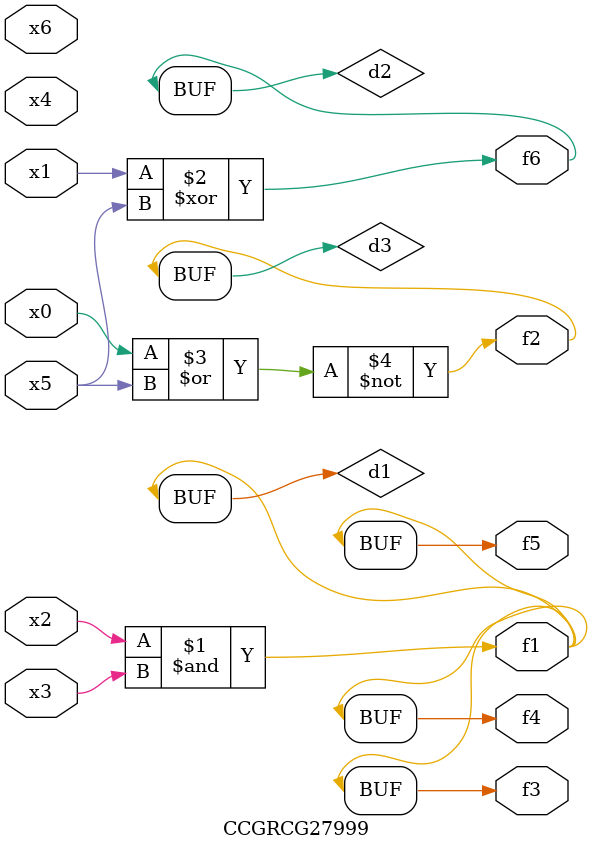
<source format=v>
module CCGRCG27999(
	input x0, x1, x2, x3, x4, x5, x6,
	output f1, f2, f3, f4, f5, f6
);

	wire d1, d2, d3;

	and (d1, x2, x3);
	xor (d2, x1, x5);
	nor (d3, x0, x5);
	assign f1 = d1;
	assign f2 = d3;
	assign f3 = d1;
	assign f4 = d1;
	assign f5 = d1;
	assign f6 = d2;
endmodule

</source>
